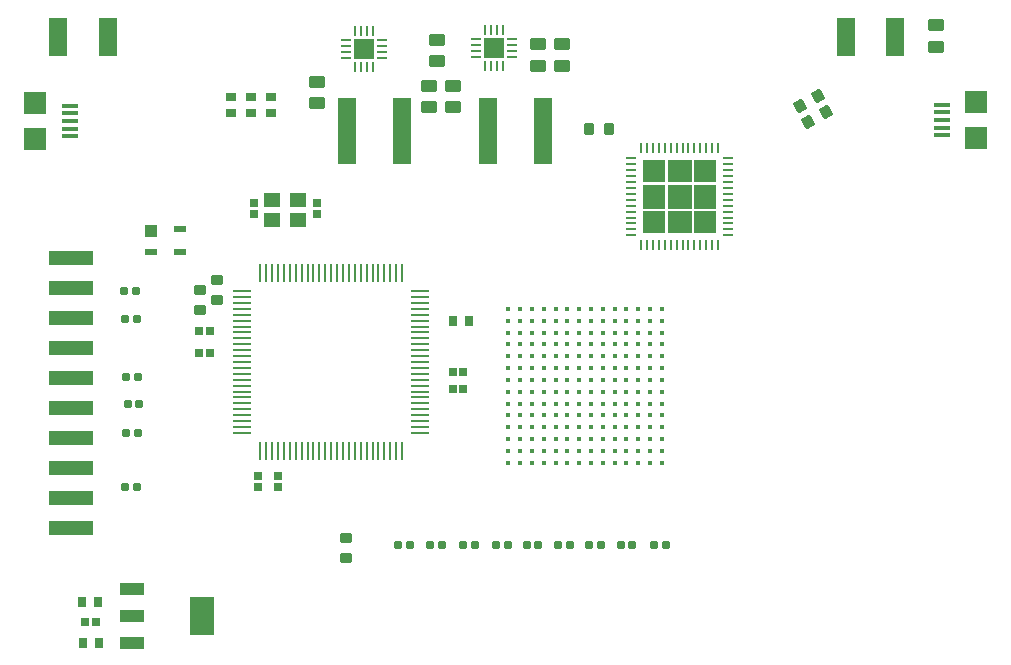
<source format=gtp>
G04*
G04 #@! TF.GenerationSoftware,Altium Limited,Altium Designer,19.1.7 (138)*
G04*
G04 Layer_Color=8421504*
%FSLAX25Y25*%
%MOIN*%
G70*
G01*
G75*
%ADD18R,0.07480X0.07480*%
%ADD19R,0.07874X0.07480*%
%ADD20R,0.07480X0.07480*%
%ADD21R,0.07480X0.07874*%
%ADD22R,0.07874X0.07874*%
%ADD23R,0.07480X0.07874*%
G04:AMPARAMS|DCode=24|XSize=23.62mil|YSize=23.62mil|CornerRadius=2.36mil|HoleSize=0mil|Usage=FLASHONLY|Rotation=270.000|XOffset=0mil|YOffset=0mil|HoleType=Round|Shape=RoundedRectangle|*
%AMROUNDEDRECTD24*
21,1,0.02362,0.01890,0,0,270.0*
21,1,0.01890,0.02362,0,0,270.0*
1,1,0.00472,-0.00945,-0.00945*
1,1,0.00472,-0.00945,0.00945*
1,1,0.00472,0.00945,0.00945*
1,1,0.00472,0.00945,-0.00945*
%
%ADD24ROUNDEDRECTD24*%
%ADD25R,0.08465X0.12795*%
%ADD26R,0.08465X0.03937*%
%ADD27R,0.02520X0.02520*%
%ADD28R,0.05512X0.04724*%
G04:AMPARAMS|DCode=29|XSize=39.37mil|YSize=35.43mil|CornerRadius=4.43mil|HoleSize=0mil|Usage=FLASHONLY|Rotation=0.000|XOffset=0mil|YOffset=0mil|HoleType=Round|Shape=RoundedRectangle|*
%AMROUNDEDRECTD29*
21,1,0.03937,0.02657,0,0,0.0*
21,1,0.03051,0.03543,0,0,0.0*
1,1,0.00886,0.01526,-0.01329*
1,1,0.00886,-0.01526,-0.01329*
1,1,0.00886,-0.01526,0.01329*
1,1,0.00886,0.01526,0.01329*
%
%ADD29ROUNDEDRECTD29*%
%ADD30R,0.03937X0.02362*%
%ADD31R,0.02520X0.02520*%
%ADD32R,0.02953X0.03740*%
G04:AMPARAMS|DCode=33|XSize=39.37mil|YSize=35.43mil|CornerRadius=4.43mil|HoleSize=0mil|Usage=FLASHONLY|Rotation=270.000|XOffset=0mil|YOffset=0mil|HoleType=Round|Shape=RoundedRectangle|*
%AMROUNDEDRECTD33*
21,1,0.03937,0.02657,0,0,270.0*
21,1,0.03051,0.03543,0,0,270.0*
1,1,0.00886,-0.01329,-0.01526*
1,1,0.00886,-0.01329,0.01526*
1,1,0.00886,0.01329,0.01526*
1,1,0.00886,0.01329,-0.01526*
%
%ADD33ROUNDEDRECTD33*%
G04:AMPARAMS|DCode=34|XSize=39.37mil|YSize=35.43mil|CornerRadius=4.43mil|HoleSize=0mil|Usage=FLASHONLY|Rotation=120.000|XOffset=0mil|YOffset=0mil|HoleType=Round|Shape=RoundedRectangle|*
%AMROUNDEDRECTD34*
21,1,0.03937,0.02657,0,0,120.0*
21,1,0.03051,0.03543,0,0,120.0*
1,1,0.00886,0.00388,0.01986*
1,1,0.00886,0.01914,-0.00657*
1,1,0.00886,-0.00388,-0.01986*
1,1,0.00886,-0.01914,0.00657*
%
%ADD34ROUNDEDRECTD34*%
%ADD35R,0.05906X0.12598*%
%ADD36C,0.01575*%
G04:AMPARAMS|DCode=37|XSize=55.12mil|YSize=39.37mil|CornerRadius=4.92mil|HoleSize=0mil|Usage=FLASHONLY|Rotation=180.000|XOffset=0mil|YOffset=0mil|HoleType=Round|Shape=RoundedRectangle|*
%AMROUNDEDRECTD37*
21,1,0.05512,0.02953,0,0,180.0*
21,1,0.04528,0.03937,0,0,180.0*
1,1,0.00984,-0.02264,0.01476*
1,1,0.00984,0.02264,0.01476*
1,1,0.00984,0.02264,-0.01476*
1,1,0.00984,-0.02264,-0.01476*
%
%ADD37ROUNDEDRECTD37*%
%ADD38O,0.03343X0.00784*%
%ADD39O,0.00784X0.03343*%
%ADD40R,0.05315X0.01575*%
%ADD41R,0.03740X0.02953*%
%ADD42R,0.15000X0.05000*%
%ADD43R,0.07087X0.07087*%
%ADD44O,0.00984X0.03543*%
%ADD45O,0.03543X0.00984*%
%ADD46R,0.06299X0.22441*%
%ADD47R,0.03937X0.03937*%
%ADD48O,0.00984X0.06102*%
%ADD49O,0.06102X0.00984*%
D18*
X212008Y165945D02*
D03*
X212008Y149016D02*
D03*
D19*
X220472Y165945D02*
D03*
X220473Y149016D02*
D03*
D20*
X228937Y165945D02*
D03*
Y149016D02*
D03*
X319291Y177165D02*
D03*
Y188976D02*
D03*
X5709Y176870D02*
D03*
Y188681D02*
D03*
D21*
X212008Y157480D02*
D03*
D22*
X220472Y157480D02*
D03*
D23*
X228937Y157480D02*
D03*
D24*
X35433Y126156D02*
D03*
X39370D02*
D03*
X35713Y116800D02*
D03*
X39650D02*
D03*
X39813Y97332D02*
D03*
X35876D02*
D03*
X40395Y88586D02*
D03*
X36458D02*
D03*
X40022Y78754D02*
D03*
X36085D02*
D03*
X39454Y60789D02*
D03*
X35517D02*
D03*
X211843Y41475D02*
D03*
X215780D02*
D03*
X200830Y41476D02*
D03*
X204767D02*
D03*
X190354D02*
D03*
X194291D02*
D03*
X179921D02*
D03*
X183858D02*
D03*
X169468Y41476D02*
D03*
X173405D02*
D03*
X159226Y41475D02*
D03*
X163163D02*
D03*
X148380Y41476D02*
D03*
X152317D02*
D03*
X137402Y41477D02*
D03*
X141339D02*
D03*
X130667Y41478D02*
D03*
X126730D02*
D03*
D25*
X61122Y17736D02*
D03*
D26*
X38091Y8681D02*
D03*
Y17736D02*
D03*
Y26791D02*
D03*
D27*
X78740Y155417D02*
D03*
Y151795D02*
D03*
X99654Y151795D02*
D03*
Y155417D02*
D03*
X79800Y60789D02*
D03*
Y64411D02*
D03*
X86600Y60789D02*
D03*
Y64411D02*
D03*
D28*
X93307Y156362D02*
D03*
X84646D02*
D03*
Y149669D02*
D03*
X93307D02*
D03*
D29*
X60568Y126300D02*
D03*
X66200Y129647D02*
D03*
X109262Y43696D02*
D03*
Y37004D02*
D03*
X66200Y122953D02*
D03*
X60568Y119607D02*
D03*
D30*
X53806Y139260D02*
D03*
X44357D02*
D03*
X53806Y146740D02*
D03*
D31*
X22289Y15900D02*
D03*
X25911D02*
D03*
X144775Y99094D02*
D03*
X148397D02*
D03*
X144775Y93504D02*
D03*
X148397D02*
D03*
X60197Y112895D02*
D03*
X63819D02*
D03*
X60197Y105315D02*
D03*
X63819D02*
D03*
D32*
X21444Y8900D02*
D03*
X26956D02*
D03*
X21244Y22600D02*
D03*
X26756D02*
D03*
X150394Y116205D02*
D03*
X144882D02*
D03*
D33*
X190154Y180200D02*
D03*
X196846D02*
D03*
D34*
X269198Y185773D02*
D03*
X266498Y190973D02*
D03*
X260702Y187627D02*
D03*
X263402Y182427D02*
D03*
D35*
X29921Y210630D02*
D03*
X13386D02*
D03*
X275832Y210700D02*
D03*
X292368D02*
D03*
D36*
X214567Y68898D02*
D03*
X210630D02*
D03*
X206693D02*
D03*
X202756D02*
D03*
X198819D02*
D03*
X194882D02*
D03*
X190945D02*
D03*
X187008D02*
D03*
X183071D02*
D03*
X179134D02*
D03*
X175197D02*
D03*
X171260D02*
D03*
X167323D02*
D03*
X163386D02*
D03*
X214567Y72835D02*
D03*
X210630D02*
D03*
X206693D02*
D03*
X202756D02*
D03*
X198819D02*
D03*
X194882D02*
D03*
X190945D02*
D03*
X187008D02*
D03*
X183071D02*
D03*
X179134D02*
D03*
X175197D02*
D03*
X171260D02*
D03*
X167323D02*
D03*
X163386D02*
D03*
X214567Y76772D02*
D03*
X210630D02*
D03*
X206693D02*
D03*
X202756D02*
D03*
X198819D02*
D03*
X194882D02*
D03*
X190945D02*
D03*
X187008D02*
D03*
X183071D02*
D03*
X179134D02*
D03*
X175197D02*
D03*
X171260D02*
D03*
X167323D02*
D03*
X163386D02*
D03*
X214567Y80709D02*
D03*
X210630D02*
D03*
X206693D02*
D03*
X202756D02*
D03*
X198819D02*
D03*
X194882D02*
D03*
X190945D02*
D03*
X187008D02*
D03*
X183071D02*
D03*
X179134D02*
D03*
X175197D02*
D03*
X171260D02*
D03*
X167323D02*
D03*
X163386D02*
D03*
X214567Y84646D02*
D03*
X210630D02*
D03*
X206693D02*
D03*
X202756D02*
D03*
X198819D02*
D03*
X194882D02*
D03*
X190945D02*
D03*
X187008D02*
D03*
X183071D02*
D03*
X179134D02*
D03*
X175197D02*
D03*
X171260D02*
D03*
X167323D02*
D03*
X163386D02*
D03*
X214567Y88583D02*
D03*
X210630D02*
D03*
X206693D02*
D03*
X202756D02*
D03*
X198819D02*
D03*
X194882D02*
D03*
X190945D02*
D03*
X187008D02*
D03*
X183071D02*
D03*
X179134D02*
D03*
X175197D02*
D03*
X171260D02*
D03*
X167323D02*
D03*
X163386D02*
D03*
X214567Y92520D02*
D03*
X210630D02*
D03*
X206693D02*
D03*
X202756D02*
D03*
X198819D02*
D03*
X194882D02*
D03*
X190945D02*
D03*
X187008D02*
D03*
X183071D02*
D03*
X179134D02*
D03*
X175197D02*
D03*
X171260D02*
D03*
X167323D02*
D03*
X163386D02*
D03*
X214567Y96457D02*
D03*
X210630D02*
D03*
X206693D02*
D03*
X202756D02*
D03*
X198819D02*
D03*
X194882D02*
D03*
X190945D02*
D03*
X187008D02*
D03*
X183071D02*
D03*
X179134D02*
D03*
X175197D02*
D03*
X171260D02*
D03*
X167323D02*
D03*
X163386D02*
D03*
X214567Y100394D02*
D03*
X210630D02*
D03*
X206693D02*
D03*
X202756D02*
D03*
X198819D02*
D03*
X194882D02*
D03*
X190945D02*
D03*
X187008D02*
D03*
X183071D02*
D03*
X179134D02*
D03*
X175197D02*
D03*
X171260D02*
D03*
X167323D02*
D03*
X163386D02*
D03*
X214567Y104331D02*
D03*
X210630D02*
D03*
X206693D02*
D03*
X202756D02*
D03*
X198819D02*
D03*
X194882D02*
D03*
X190945D02*
D03*
X187008D02*
D03*
X183071D02*
D03*
X179134D02*
D03*
X175197D02*
D03*
X171260D02*
D03*
X167323D02*
D03*
X163386D02*
D03*
X214567Y108268D02*
D03*
X210630D02*
D03*
X206693D02*
D03*
X202756D02*
D03*
X198819D02*
D03*
X194882D02*
D03*
X190945D02*
D03*
X187008D02*
D03*
X183071D02*
D03*
X179134D02*
D03*
X175197D02*
D03*
X171260D02*
D03*
X167323D02*
D03*
X163386D02*
D03*
X214567Y112205D02*
D03*
X210630D02*
D03*
X206693D02*
D03*
X202756D02*
D03*
X198819D02*
D03*
X194882D02*
D03*
X190945D02*
D03*
X187008D02*
D03*
X183071D02*
D03*
X179134D02*
D03*
X175197D02*
D03*
X171260D02*
D03*
X167323D02*
D03*
X163386D02*
D03*
X214567Y116142D02*
D03*
X210630D02*
D03*
X206693D02*
D03*
X202756D02*
D03*
X198819D02*
D03*
X194882D02*
D03*
X190945D02*
D03*
X187008D02*
D03*
X183071D02*
D03*
X179134D02*
D03*
X175197D02*
D03*
X171260D02*
D03*
X167323D02*
D03*
X163386D02*
D03*
X214567Y120079D02*
D03*
X210630D02*
D03*
X206693D02*
D03*
X202756D02*
D03*
X198819D02*
D03*
X194882D02*
D03*
X190945D02*
D03*
X187008D02*
D03*
X183071D02*
D03*
X179134D02*
D03*
X175197D02*
D03*
X171260D02*
D03*
X167323D02*
D03*
X163386D02*
D03*
D37*
X181299Y208320D02*
D03*
Y201233D02*
D03*
X173228Y208320D02*
D03*
Y201234D02*
D03*
X136810Y194390D02*
D03*
Y187303D02*
D03*
X144775Y194390D02*
D03*
Y187304D02*
D03*
X99654Y188779D02*
D03*
Y195866D02*
D03*
X139764Y202756D02*
D03*
Y209842D02*
D03*
X305800Y214643D02*
D03*
Y207557D02*
D03*
D38*
X236614Y144685D02*
D03*
Y146653D02*
D03*
Y148622D02*
D03*
Y150591D02*
D03*
Y152559D02*
D03*
Y154528D02*
D03*
Y156496D02*
D03*
Y158465D02*
D03*
Y160433D02*
D03*
Y162402D02*
D03*
Y164370D02*
D03*
Y166339D02*
D03*
Y168307D02*
D03*
Y170276D02*
D03*
X204331D02*
D03*
Y168307D02*
D03*
Y166339D02*
D03*
Y164370D02*
D03*
Y162402D02*
D03*
Y160433D02*
D03*
Y158465D02*
D03*
Y156496D02*
D03*
Y154528D02*
D03*
Y152559D02*
D03*
Y150591D02*
D03*
Y148622D02*
D03*
Y146653D02*
D03*
Y144685D02*
D03*
D39*
X233268Y173622D02*
D03*
X231299D02*
D03*
X229331D02*
D03*
X227362D02*
D03*
X225394D02*
D03*
X223425D02*
D03*
X221457D02*
D03*
X219488D02*
D03*
X217520D02*
D03*
X215551D02*
D03*
X213583D02*
D03*
X211614D02*
D03*
X209646D02*
D03*
X207677D02*
D03*
Y141339D02*
D03*
X209646D02*
D03*
X211614D02*
D03*
X213583D02*
D03*
X215551D02*
D03*
X217520D02*
D03*
X219488D02*
D03*
X221457D02*
D03*
X223425D02*
D03*
X225394D02*
D03*
X227362D02*
D03*
X229331D02*
D03*
X231299D02*
D03*
X233268D02*
D03*
D40*
X307874Y180512D02*
D03*
Y177953D02*
D03*
Y188189D02*
D03*
Y185630D02*
D03*
Y183071D02*
D03*
X17126Y182776D02*
D03*
Y180217D02*
D03*
Y177657D02*
D03*
Y187894D02*
D03*
Y185335D02*
D03*
D41*
X84136Y185335D02*
D03*
Y190847D02*
D03*
X77500Y185335D02*
D03*
Y190847D02*
D03*
X70866Y185335D02*
D03*
Y190847D02*
D03*
D42*
X17717Y57047D02*
D03*
Y47047D02*
D03*
Y77047D02*
D03*
Y87047D02*
D03*
Y97047D02*
D03*
Y117047D02*
D03*
Y127047D02*
D03*
Y137047D02*
D03*
Y67047D02*
D03*
Y107047D02*
D03*
D43*
X115325Y206693D02*
D03*
X158550Y207045D02*
D03*
D44*
X118278Y200689D02*
D03*
X116309D02*
D03*
X114341D02*
D03*
X112372D02*
D03*
Y212697D02*
D03*
X114341D02*
D03*
X116309D02*
D03*
X118278D02*
D03*
X161503Y201041D02*
D03*
X159535D02*
D03*
X157566D02*
D03*
X155598D02*
D03*
Y213049D02*
D03*
X157566D02*
D03*
X159535D02*
D03*
X161503D02*
D03*
D45*
X109321Y203740D02*
D03*
Y205709D02*
D03*
Y207677D02*
D03*
Y209646D02*
D03*
X121329D02*
D03*
Y207677D02*
D03*
Y205709D02*
D03*
Y203740D02*
D03*
X152547Y204093D02*
D03*
Y206061D02*
D03*
Y208030D02*
D03*
Y209998D02*
D03*
X164554D02*
D03*
Y208030D02*
D03*
Y206061D02*
D03*
Y204093D02*
D03*
D46*
X175000Y179574D02*
D03*
X156496D02*
D03*
X128051Y179524D02*
D03*
X109547D02*
D03*
D47*
X44357Y145953D02*
D03*
D48*
X80709Y72799D02*
D03*
X82677D02*
D03*
X84646D02*
D03*
X86614D02*
D03*
X88583D02*
D03*
X90551D02*
D03*
X92520D02*
D03*
X94488D02*
D03*
X96457D02*
D03*
X98425D02*
D03*
X100394D02*
D03*
X102362D02*
D03*
X104331D02*
D03*
X106299D02*
D03*
X108268D02*
D03*
X110236D02*
D03*
X112205D02*
D03*
X114173D02*
D03*
X116142D02*
D03*
X118110D02*
D03*
X120079D02*
D03*
X122047D02*
D03*
X124016D02*
D03*
X125984D02*
D03*
X127953D02*
D03*
Y132051D02*
D03*
X125984D02*
D03*
X124016D02*
D03*
X122047D02*
D03*
X120079D02*
D03*
X118110D02*
D03*
X116142D02*
D03*
X114173D02*
D03*
X112205D02*
D03*
X110236D02*
D03*
X108268D02*
D03*
X106299D02*
D03*
X104331D02*
D03*
X102362D02*
D03*
X100394D02*
D03*
X98425D02*
D03*
X96457D02*
D03*
X94488D02*
D03*
X92520D02*
D03*
X90551D02*
D03*
X88583D02*
D03*
X86614D02*
D03*
X84646D02*
D03*
X82677D02*
D03*
X80709D02*
D03*
D49*
X133957Y78803D02*
D03*
Y80772D02*
D03*
Y82740D02*
D03*
Y84709D02*
D03*
Y86677D02*
D03*
Y88646D02*
D03*
Y90614D02*
D03*
Y92583D02*
D03*
Y94551D02*
D03*
Y96520D02*
D03*
Y98488D02*
D03*
Y100457D02*
D03*
Y102425D02*
D03*
Y104394D02*
D03*
Y106362D02*
D03*
Y108331D02*
D03*
Y110299D02*
D03*
Y112268D02*
D03*
Y114236D02*
D03*
Y116205D02*
D03*
Y118173D02*
D03*
Y120142D02*
D03*
Y122110D02*
D03*
Y124079D02*
D03*
Y126047D02*
D03*
X74705D02*
D03*
Y124079D02*
D03*
Y122110D02*
D03*
Y120142D02*
D03*
Y118173D02*
D03*
Y116205D02*
D03*
Y114236D02*
D03*
Y112268D02*
D03*
Y110299D02*
D03*
Y108331D02*
D03*
Y106362D02*
D03*
Y104394D02*
D03*
Y102425D02*
D03*
Y100457D02*
D03*
Y98488D02*
D03*
Y96520D02*
D03*
Y94551D02*
D03*
Y92583D02*
D03*
Y90614D02*
D03*
Y88646D02*
D03*
Y86677D02*
D03*
Y84709D02*
D03*
Y82740D02*
D03*
Y80772D02*
D03*
Y78803D02*
D03*
M02*

</source>
